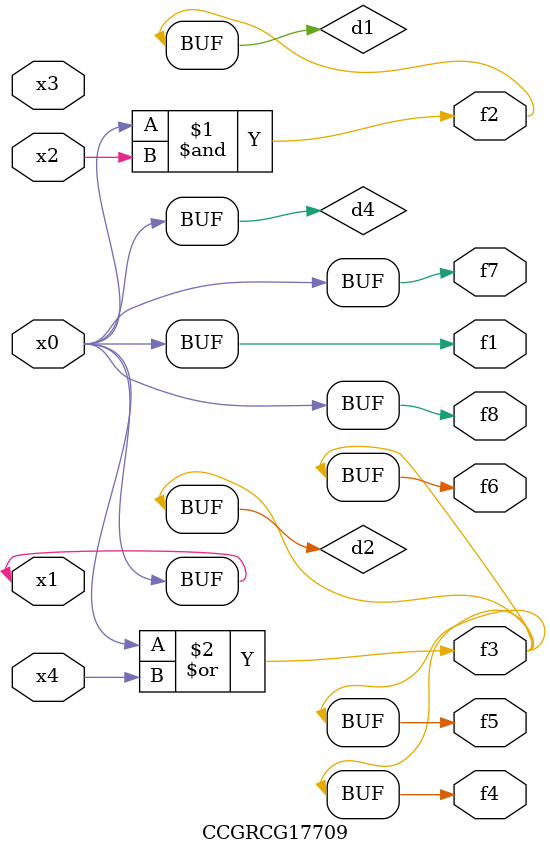
<source format=v>
module CCGRCG17709(
	input x0, x1, x2, x3, x4,
	output f1, f2, f3, f4, f5, f6, f7, f8
);

	wire d1, d2, d3, d4;

	and (d1, x0, x2);
	or (d2, x0, x4);
	nand (d3, x0, x2);
	buf (d4, x0, x1);
	assign f1 = d4;
	assign f2 = d1;
	assign f3 = d2;
	assign f4 = d2;
	assign f5 = d2;
	assign f6 = d2;
	assign f7 = d4;
	assign f8 = d4;
endmodule

</source>
